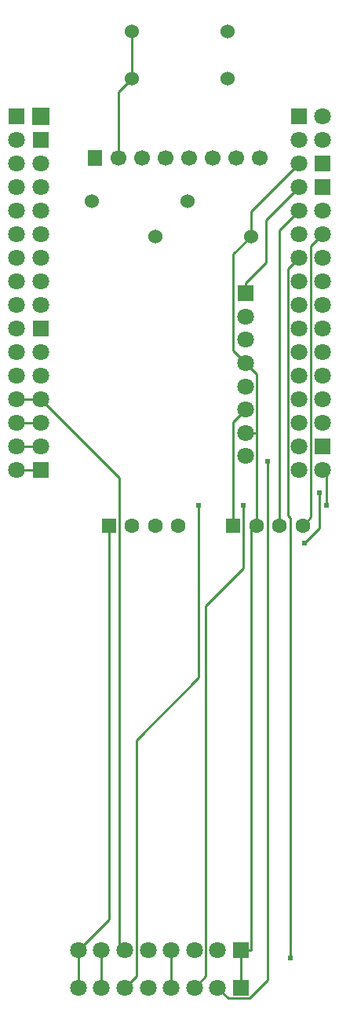
<source format=gtl>
G04 Layer: TopLayer*
G04 EasyEDA v6.5.29, 2023-07-17 12:51:40*
G04 808404bb7cf74e47bcb3a87537bd774a,526de7724db94d99884824a7b7aad82a,10*
G04 Gerber Generator version 0.2*
G04 Scale: 100 percent, Rotated: No, Reflected: No *
G04 Dimensions in millimeters *
G04 leading zeros omitted , absolute positions ,4 integer and 5 decimal *
%FSLAX45Y45*%
%MOMM*%

%AMMACRO1*21,1,$1,$2,0,0,$3*%
%ADD10C,0.2540*%
%ADD11MACRO1,1.8X1.8X-90.0000*%
%ADD12R,1.8000X1.8000*%
%ADD13C,1.8000*%
%ADD14C,1.5240*%
%ADD15C,1.7000*%
%ADD16R,1.5748X1.7000*%
%ADD17R,1.7000X1.8000*%
%ADD18R,1.8000X1.7000*%
%ADD19C,1.6000*%
%ADD20R,1.6000X1.6000*%
%ADD21C,0.6100*%
%ADD22C,0.6096*%

%LPD*%
D10*
X4229100Y8077200D02*
G01*
X4229100Y8418573D01*
X4187949Y8459726D01*
X2800708Y2882902D02*
G01*
X2925726Y3007921D01*
X2925726Y6997473D01*
X3329713Y7401460D01*
X3329713Y8078726D01*
X3050720Y2882902D02*
G01*
X3168804Y2764817D01*
X3397328Y2764817D01*
X3594102Y2961591D01*
X3594102Y8551852D01*
X2050722Y2882902D02*
G01*
X2175715Y3007895D01*
X2175715Y5549648D01*
X2847317Y6221249D01*
X2847317Y8079132D01*
X2550721Y3289302D02*
G01*
X2550721Y2882902D01*
X3969108Y7861302D02*
G01*
X4058414Y7950608D01*
X4058414Y10870186D01*
X4188005Y10999777D01*
X3719121Y7861302D02*
G01*
X3719121Y11044100D01*
X3928798Y11253777D01*
X881788Y8713777D02*
G01*
X1140995Y8713777D01*
X3352802Y10359900D02*
G01*
X3352802Y10472803D01*
X3352802Y10472803D02*
G01*
X3574112Y10694113D01*
X3574112Y11153091D01*
X3928798Y11507777D01*
X1550723Y3289302D02*
G01*
X1877621Y3616200D01*
X1877621Y7861302D01*
X1550723Y2882902D02*
G01*
X1550723Y3289302D01*
X3219122Y7861302D02*
G01*
X3219122Y8976235D01*
X3352802Y9109915D01*
X3410612Y10972802D02*
G01*
X3220900Y10783089D01*
X3220900Y9741816D01*
X3352802Y9609914D01*
X3928798Y11761777D02*
G01*
X3410612Y11243591D01*
X3410612Y10972802D01*
X3300681Y3289302D02*
G01*
X3413610Y3289302D01*
X3413610Y3289302D02*
G01*
X3413610Y7805828D01*
X3469083Y7861302D01*
X3300681Y2882902D02*
G01*
X3300681Y3289302D01*
X3471141Y8859903D02*
G01*
X3471141Y7863359D01*
X3469083Y7861302D01*
X3352802Y8859903D02*
G01*
X3471141Y8859903D01*
X3352802Y9609914D02*
G01*
X3471141Y9491576D01*
X3471141Y8859903D01*
X1981202Y11823727D02*
G01*
X1981202Y12529238D01*
X2126592Y12674627D01*
X2126592Y12674627D02*
G01*
X2126592Y13182627D01*
X1800710Y3289302D02*
G01*
X1800710Y2882902D01*
X881788Y8459777D02*
G01*
X1140995Y8459777D01*
X881788Y8967777D02*
G01*
X1140995Y8967777D01*
X1140995Y9221777D02*
G01*
X1988212Y8374560D01*
X1988212Y3351811D01*
X2050722Y3289302D01*
X881788Y9221777D02*
G01*
X1140995Y9221777D01*
X3928877Y10745726D02*
G01*
X3810248Y10627103D01*
X3810248Y7969758D01*
X3835400Y7944612D01*
X3835400Y3200400D01*
X4152900Y8216900D02*
G01*
X4152900Y7835900D01*
X3987800Y7670800D01*
D11*
G01*
X1140993Y12269774D03*
D12*
G01*
X1140993Y12015774D03*
D13*
G01*
X1140993Y11761774D03*
G01*
X1140993Y11507774D03*
G01*
X1140993Y11253774D03*
G01*
X1140993Y10999774D03*
G01*
X1140993Y10745774D03*
G01*
X1140993Y10491774D03*
G01*
X1140993Y10237774D03*
D12*
G01*
X1140993Y9983774D03*
D13*
G01*
X1140993Y9729774D03*
G01*
X1140993Y9475774D03*
G01*
X1140993Y9221774D03*
G01*
X1140993Y8967774D03*
G01*
X1140993Y8713774D03*
D12*
G01*
X1140993Y8459774D03*
D13*
G01*
X4188002Y12269774D03*
G01*
X4188002Y12015774D03*
D12*
G01*
X4188002Y11761774D03*
G01*
X4188002Y11507774D03*
D13*
G01*
X4188002Y11253774D03*
G01*
X4188002Y10999774D03*
G01*
X4188002Y10745774D03*
G01*
X4188002Y10491774D03*
G01*
X4188002Y10237774D03*
G01*
X4188002Y9983774D03*
G01*
X4188002Y9729774D03*
G01*
X4188002Y9475774D03*
G01*
X4188002Y9221774D03*
G01*
X4188002Y8967774D03*
D12*
G01*
X4188002Y8713774D03*
D13*
G01*
X4188002Y8459774D03*
D14*
G01*
X2724810Y11353800D03*
G01*
X1694789Y11353800D03*
D15*
G01*
X3505200Y11823725D03*
G01*
X3251200Y11823725D03*
G01*
X2997200Y11823725D03*
G01*
X2743200Y11823725D03*
G01*
X2489200Y11823725D03*
G01*
X2235200Y11823725D03*
G01*
X1981200Y11823725D03*
D16*
G01*
X1727200Y11823725D03*
D14*
G01*
X3410610Y10972800D03*
G01*
X2380589Y10972800D03*
G01*
X3156610Y13182625D03*
G01*
X2126589Y13182625D03*
G01*
X2126589Y12674625D03*
G01*
X3156610Y12674625D03*
D12*
G01*
X881786Y12269774D03*
D13*
G01*
X881786Y12015774D03*
G01*
X881786Y11761774D03*
G01*
X881786Y11507774D03*
G01*
X881786Y11253774D03*
G01*
X881786Y10999774D03*
G01*
X881786Y10745774D03*
G01*
X881786Y10491774D03*
G01*
X881786Y10237774D03*
G01*
X881786Y9983774D03*
G01*
X881786Y9729774D03*
G01*
X881786Y9475774D03*
G01*
X881786Y9221774D03*
G01*
X881786Y8967774D03*
G01*
X881786Y8713774D03*
G01*
X881786Y8459774D03*
D12*
G01*
X3928795Y12269774D03*
D13*
G01*
X3928795Y12015774D03*
G01*
X3928795Y11761774D03*
G01*
X3928795Y11507774D03*
G01*
X3928795Y11253774D03*
G01*
X3928795Y10999774D03*
G01*
X3928795Y10745774D03*
G01*
X3928795Y10491774D03*
G01*
X3928795Y10237774D03*
G01*
X3928795Y9983774D03*
G01*
X3928795Y9729774D03*
G01*
X3928795Y9475774D03*
G01*
X3928795Y9221774D03*
G01*
X3928795Y8967774D03*
G01*
X3928795Y8713774D03*
G01*
X3928795Y8459774D03*
D17*
G01*
X3300679Y2882900D03*
D13*
G01*
X3050717Y2882900D03*
G01*
X2800705Y2882900D03*
G01*
X2550718Y2882900D03*
G01*
X2300681Y2882900D03*
G01*
X2050719Y2882900D03*
G01*
X1800707Y2882900D03*
G01*
X1550720Y2882900D03*
D17*
G01*
X3300679Y3289300D03*
D13*
G01*
X3050717Y3289300D03*
G01*
X2800705Y3289300D03*
G01*
X2550718Y3289300D03*
G01*
X2300681Y3289300D03*
G01*
X2050719Y3289300D03*
G01*
X1800707Y3289300D03*
G01*
X1550720Y3289300D03*
D18*
G01*
X3352800Y10359897D03*
D13*
G01*
X3352800Y10109911D03*
G01*
X3352800Y9859899D03*
G01*
X3352800Y9609912D03*
G01*
X3352800Y9359900D03*
G01*
X3352800Y9109913D03*
G01*
X3352800Y8859901D03*
G01*
X3352800Y8609914D03*
D19*
G01*
X2377617Y7861300D03*
G01*
X2627604Y7861300D03*
D20*
G01*
X1877618Y7861300D03*
D19*
G01*
X2127605Y7861300D03*
G01*
X3719118Y7861300D03*
G01*
X3969105Y7861300D03*
D20*
G01*
X3219119Y7861300D03*
D19*
G01*
X3469081Y7861300D03*
D21*
G01*
X3329711Y8078723D03*
G01*
X3594100Y8551849D03*
G01*
X2847314Y8079130D03*
G01*
X3835400Y3200400D03*
D22*
G01*
X4152900Y8216900D03*
G01*
X3987800Y7670800D03*
G01*
X4229100Y8077200D03*
M02*

</source>
